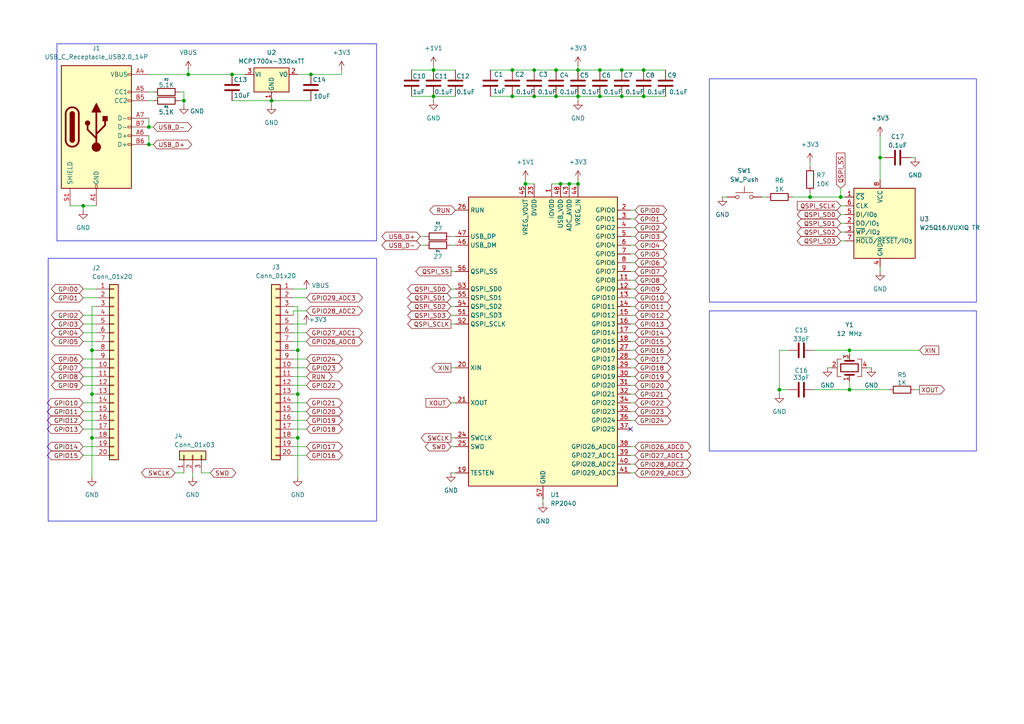
<source format=kicad_sch>
(kicad_sch (version 20250114) (generator "eeschema") (generator_version "9.0")
  (paper "A4")
  (lib_symbols
    (symbol "Connector:USB_C_Receptacle_USB2.0_14P" (pin_names (offset 1.016))
      (property "Reference" "J" (at 0 22.225 0))
      (property "Value" "USB_C_Receptacle_USB2.0_14P" (at 0 19.685 0))
      (symbol "USB_C_Receptacle_USB2.0_14P_1_1"
        (pin passive line (at -7.62 -22.86 90) (length 5.08) (name "SHIELD") (number "S1"))
        (pin passive line (at 0 -22.86 90) (length 5.08) (name "GND") (number "A1"))
        (pin passive line (at 0 -22.86 90) (length 5.08) (hide yes) (name "GND") (number "A12"))
        (pin passive line (at 0 -22.86 90) (length 5.08) (hide yes) (name "GND") (number "B1"))
        (pin passive line (at 0 -22.86 90) (length 5.08) (hide yes) (name "GND") (number "B12"))
        (pin passive line (at 15.24 15.24 180) (length 5.08) (name "VBUS") (number "A4"))
        (pin passive line (at 15.24 15.24 180) (length 5.08) (hide yes) (name "VBUS") (number "A9"))
        (pin passive line (at 15.24 15.24 180) (length 5.08) (hide yes) (name "VBUS") (number "B4"))
        (pin passive line (at 15.24 15.24 180) (length 5.08) (hide yes) (name "VBUS") (number "B9"))
        (pin bidirectional line (at 15.24 10.16 180) (length 5.08) (name "CC1") (number "A5"))
        (pin bidirectional line (at 15.24 7.62 180) (length 5.08) (name "CC2") (number "B5"))
        (pin bidirectional line (at 15.24 2.54 180) (length 5.08) (name "D-") (number "A7"))
        (pin bidirectional line (at 15.24 0 180) (length 5.08) (name "D-") (number "B7"))
        (pin bidirectional line (at 15.24 -2.54 180) (length 5.08) (name "D+") (number "A6"))
        (pin bidirectional line (at 15.24 -5.08 180) (length 5.08) (name "D+") (number "B6"))
      )
    )
    (symbol "Connector_Generic:Conn_01x03" (pin_names (offset 1.016) (hide yes))
      (property "Reference" "J" (at 0 5.08 0))
      (property "Value" "Conn_01x03" (at 0 -5.08 0))
      (symbol "Conn_01x03_1_1"
        (pin passive line (at -5.08 2.54 0) (length 3.81) (name "Pin_1") (number "1"))
        (pin passive line (at -5.08 0 0) (length 3.81) (name "Pin_2") (number "2"))
        (pin passive line (at -5.08 -2.54 0) (length 3.81) (name "Pin_3") (number "3"))
      )
    )
    (symbol "Connector_Generic:Conn_01x20" (pin_names (offset 1.016) (hide yes))
      (property "Reference" "J" (at 0 25.4 0))
      (property "Value" "Conn_01x20" (at 0 -27.94 0))
      (symbol "Conn_01x20_1_1"
        (pin passive line (at -5.08 22.86 0) (length 3.81) (name "Pin_1") (number "1"))
        (pin passive line (at -5.08 20.32 0) (length 3.81) (name "Pin_2") (number "2"))
        (pin passive line (at -5.08 17.78 0) (length 3.81) (name "Pin_3") (number "3"))
        (pin passive line (at -5.08 15.24 0) (length 3.81) (name "Pin_4") (number "4"))
        (pin passive line (at -5.08 12.7 0) (length 3.81) (name "Pin_5") (number "5"))
        (pin passive line (at -5.08 10.16 0) (length 3.81) (name "Pin_6") (number "6"))
        (pin passive line (at -5.08 7.62 0) (length 3.81) (name "Pin_7") (number "7"))
        (pin passive line (at -5.08 5.08 0) (length 3.81) (name "Pin_8") (number "8"))
        (pin passive line (at -5.08 2.54 0) (length 3.81) (name "Pin_9") (number "9"))
        (pin passive line (at -5.08 0 0) (length 3.81) (name "Pin_10") (number "10"))
        (pin passive line (at -5.08 -2.54 0) (length 3.81) (name "Pin_11") (number "11"))
        (pin passive line (at -5.08 -5.08 0) (length 3.81) (name "Pin_12") (number "12"))
        (pin passive line (at -5.08 -7.62 0) (length 3.81) (name "Pin_13") (number "13"))
        (pin passive line (at -5.08 -10.16 0) (length 3.81) (name "Pin_14") (number "14"))
        (pin passive line (at -5.08 -12.7 0) (length 3.81) (name "Pin_15") (number "15"))
        (pin passive line (at -5.08 -15.24 0) (length 3.81) (name "Pin_16") (number "16"))
        (pin passive line (at -5.08 -17.78 0) (length 3.81) (name "Pin_17") (number "17"))
        (pin passive line (at -5.08 -20.32 0) (length 3.81) (name "Pin_18") (number "18"))
        (pin passive line (at -5.08 -22.86 0) (length 3.81) (name "Pin_19") (number "19"))
        (pin passive line (at -5.08 -25.4 0) (length 3.81) (name "Pin_20") (number "20"))
      )
    )
    (symbol "Device:C" (pin_numbers (hide yes)) (pin_names (offset 0.254))
      (property "Reference" "C" (at 0.635 2.54 0))
      (property "Value" "C" (at 0.635 -2.54 0))
      (symbol "C_1_1"
        (pin passive line (at 0 3.81 270) (length 2.794) (name "~") (number "1"))
        (pin passive line (at 0 -3.81 90) (length 2.794) (name "~") (number "2"))
      )
    )
    (symbol "Device:Crystal_GND24" (pin_names (offset 1.016) (hide yes))
      (property "Reference" "Y" (at 3.175 5.08 0))
      (property "Value" "Crystal_GND24" (at 3.175 3.175 0))
      (symbol "Crystal_GND24_1_1"
        (pin passive line (at -3.81 0 0) (length 1.27) (name "1") (number "1"))
        (pin passive line (at 0 5.08 270) (length 1.27) (name "2") (number "2"))
        (pin passive line (at 0 -5.08 90) (length 1.27) (name "4") (number "4"))
        (pin passive line (at 3.81 0 180) (length 1.27) (name "3") (number "3"))
      )
    )
    (symbol "Device:R" (pin_numbers (hide yes)) (pin_names (offset 0))
      (property "Reference" "R" (at 2.032 0 90))
      (property "Value" "R" (at 0 0 90))
      (symbol "R_1_1"
        (pin passive line (at 0 3.81 270) (length 1.27) (name "~") (number "1"))
        (pin passive line (at 0 -3.81 90) (length 1.27) (name "~") (number "2"))
      )
    )
    (symbol "MCU_RaspberryPi:RP2040"
      (property "Reference" "U" (at 17.78 45.72 0))
      (property "Value" "RP2040" (at 17.78 43.18 0))
      (symbol "RP2040_1_1"
        (pin input line (at -25.4 38.1 0) (length 3.81) (name "RUN") (number "26"))
        (pin bidirectional line (at -25.4 30.48 0) (length 3.81) (name "USB_DP") (number "47"))
        (pin bidirectional line (at -25.4 27.94 0) (length 3.81) (name "USB_DM") (number "46"))
        (pin bidirectional line (at -25.4 20.32 0) (length 3.81) (name "QSPI_SS") (number "56"))
        (pin bidirectional line (at -25.4 15.24 0) (length 3.81) (name "QSPI_SD0") (number "53"))
        (pin bidirectional line (at -25.4 12.7 0) (length 3.81) (name "QSPI_SD1") (number "55"))
        (pin bidirectional line (at -25.4 10.16 0) (length 3.81) (name "QSPI_SD2") (number "54"))
        (pin bidirectional line (at -25.4 7.62 0) (length 3.81) (name "QSPI_SD3") (number "51"))
        (pin output line (at -25.4 5.08 0) (length 3.81) (name "QSPI_SCLK") (number "52"))
        (pin input line (at -25.4 -7.62 0) (length 3.81) (name "XIN") (number "20"))
        (pin passive line (at -25.4 -17.78 0) (length 3.81) (name "XOUT") (number "21"))
        (pin input line (at -25.4 -27.94 0) (length 3.81) (name "SWCLK") (number "24"))
        (pin bidirectional line (at -25.4 -30.48 0) (length 3.81) (name "SWD") (number "25"))
        (pin input line (at -25.4 -38.1 0) (length 3.81) (name "TESTEN") (number "19"))
        (pin power_out line (at -5.08 45.72 270) (length 3.81) (name "VREG_VOUT") (number "45"))
        (pin power_in line (at -2.54 45.72 270) (length 3.81) (name "DVDD") (number "23"))
        (pin passive line (at -2.54 45.72 270) (length 3.81) (hide yes) (name "DVDD") (number "50"))
        (pin power_in line (at 0 -45.72 90) (length 3.81) (name "GND") (number "57"))
        (pin power_in line (at 2.54 45.72 270) (length 3.81) (name "IOVDD") (number "1"))
        (pin passive line (at 2.54 45.72 270) (length 3.81) (hide yes) (name "IOVDD") (number "10"))
        (pin passive line (at 2.54 45.72 270) (length 3.81) (hide yes) (name "IOVDD") (number "22"))
        (pin passive line (at 2.54 45.72 270) (length 3.81) (hide yes) (name "IOVDD") (number "33"))
        (pin passive line (at 2.54 45.72 270) (length 3.81) (hide yes) (name "IOVDD") (number "42"))
        (pin passive line (at 2.54 45.72 270) (length 3.81) (hide yes) (name "IOVDD") (number "49"))
        (pin power_in line (at 5.08 45.72 270) (length 3.81) (name "USB_VDD") (number "48"))
        (pin power_in line (at 7.62 45.72 270) (length 3.81) (name "ADC_AVDD") (number "43"))
        (pin power_in line (at 10.16 45.72 270) (length 3.81) (name "VREG_IN") (number "44"))
        (pin bidirectional line (at 25.4 38.1 180) (length 3.81) (name "GPIO0") (number "2"))
        (pin bidirectional line (at 25.4 35.56 180) (length 3.81) (name "GPIO1") (number "3"))
        (pin bidirectional line (at 25.4 33.02 180) (length 3.81) (name "GPIO2") (number "4"))
        (pin bidirectional line (at 25.4 30.48 180) (length 3.81) (name "GPIO3") (number "5"))
        (pin bidirectional line (at 25.4 27.94 180) (length 3.81) (name "GPIO4") (number "6"))
        (pin bidirectional line (at 25.4 25.4 180) (length 3.81) (name "GPIO5") (number "7"))
        (pin bidirectional line (at 25.4 22.86 180) (length 3.81) (name "GPIO6") (number "8"))
        (pin bidirectional line (at 25.4 20.32 180) (length 3.81) (name "GPIO7") (number "9"))
        (pin bidirectional line (at 25.4 17.78 180) (length 3.81) (name "GPIO8") (number "11"))
        (pin bidirectional line (at 25.4 15.24 180) (length 3.81) (name "GPIO9") (number "12"))
        (pin bidirectional line (at 25.4 12.7 180) (length 3.81) (name "GPIO10") (number "13"))
        (pin bidirectional line (at 25.4 10.16 180) (length 3.81) (name "GPIO11") (number "14"))
        (pin bidirectional line (at 25.4 7.62 180) (length 3.81) (name "GPIO12") (number "15"))
        (pin bidirectional line (at 25.4 5.08 180) (length 3.81) (name "GPIO13") (number "16"))
        (pin bidirectional line (at 25.4 2.54 180) (length 3.81) (name "GPIO14") (number "17"))
        (pin bidirectional line (at 25.4 0 180) (length 3.81) (name "GPIO15") (number "18"))
        (pin bidirectional line (at 25.4 -2.54 180) (length 3.81) (name "GPIO16") (number "27"))
        (pin bidirectional line (at 25.4 -5.08 180) (length 3.81) (name "GPIO17") (number "28"))
        (pin bidirectional line (at 25.4 -7.62 180) (length 3.81) (name "GPIO18") (number "29"))
        (pin bidirectional line (at 25.4 -10.16 180) (length 3.81) (name "GPIO19") (number "30"))
        (pin bidirectional line (at 25.4 -12.7 180) (length 3.81) (name "GPIO20") (number "31"))
        (pin bidirectional line (at 25.4 -15.24 180) (length 3.81) (name "GPIO21") (number "32"))
        (pin bidirectional line (at 25.4 -17.78 180) (length 3.81) (name "GPIO22") (number "34"))
        (pin bidirectional line (at 25.4 -20.32 180) (length 3.81) (name "GPIO23") (number "35"))
        (pin bidirectional line (at 25.4 -22.86 180) (length 3.81) (name "GPIO24") (number "36"))
        (pin bidirectional line (at 25.4 -25.4 180) (length 3.81) (name "GPIO25") (number "37"))
        (pin bidirectional line (at 25.4 -30.48 180) (length 3.81) (name "GPIO26_ADC0") (number "38"))
        (pin bidirectional line (at 25.4 -33.02 180) (length 3.81) (name "GPIO27_ADC1") (number "39"))
        (pin bidirectional line (at 25.4 -35.56 180) (length 3.81) (name "GPIO28_ADC2") (number "40"))
        (pin bidirectional line (at 25.4 -38.1 180) (length 3.81) (name "GPIO29_ADC3") (number "41"))
      )
    )
    (symbol "Memory_Flash:W25Q128JVS"
      (property "Reference" "U" (at -6.35 11.43 0))
      (property "Value" "W25Q128JVS" (at 7.62 11.43 0))
      (symbol "W25Q128JVS_1_1"
        (pin input line (at -10.16 7.62 0) (length 2.54) (name "~{CS}") (number "1"))
        (pin input line (at -10.16 5.08 0) (length 2.54) (name "CLK") (number "6"))
        (pin bidirectional line (at -10.16 2.54 0) (length 2.54) (name "DI/IO_{0}") (number "5"))
        (pin bidirectional line (at -10.16 0 0) (length 2.54) (name "DO/IO_{1}") (number "2"))
        (pin bidirectional line (at -10.16 -2.54 0) (length 2.54) (name "~{WP}/IO_{2}") (number "3"))
        (pin bidirectional line (at -10.16 -5.08 0) (length 2.54) (name "~{HOLD}/~{RESET}/IO_{3}") (number "7"))
        (pin power_in line (at 0 12.7 270) (length 2.54) (name "VCC") (number "8"))
        (pin power_in line (at 0 -12.7 90) (length 2.54) (name "GND") (number "4"))
      )
    )
    (symbol "Regulator_Linear:MCP1700x-330xxTT" (pin_names (offset 0.254))
      (property "Reference" "U" (at -3.81 3.175 0))
      (property "Value" "MCP1700x-330xxTT" (at 0 3.175 0))
      (symbol "MCP1700x-330xxTT_1_1"
        (pin power_in line (at -7.62 0 0) (length 2.54) (name "VI") (number "3"))
        (pin power_in line (at 0 -7.62 90) (length 2.54) (name "GND") (number "1"))
        (pin power_out line (at 7.62 0 180) (length 2.54) (name "VO") (number "2"))
      )
    )
    (symbol "Switch:SW_Push" (pin_numbers (hide yes)) (pin_names (offset 1.016) (hide yes))
      (property "Reference" "SW" (at 1.27 2.54 0))
      (property "Value" "SW_Push" (at 0 -1.524 0))
      (symbol "SW_Push_0_1"
        (pin passive line (at -5.08 0 0) (length 2.54) (name "1") (number "1"))
        (pin passive line (at 5.08 0 180) (length 2.54) (name "2") (number "2"))
      )
    )
    (symbol "power:+1V1" (power) (pin_numbers (hide yes)) (pin_names (offset 0) (hide yes))
      (property "Value" "+1V1" (at 0 3.556 0))
      (symbol "+1V1_1_1"
        (pin power_in line (at 0 0 90) (length 0) (name "~") (number "1"))
      )
    )
    (symbol "power:+3V3" (power) (pin_numbers (hide yes)) (pin_names (offset 0) (hide yes))
      (property "Value" "+3V3" (at 0 3.556 0))
      (symbol "+3V3_1_1"
        (pin power_in line (at 0 0 90) (length 0) (name "~") (number "1"))
      )
    )
    (symbol "power:GND" (power) (pin_numbers (hide yes)) (pin_names (offset 0) (hide yes))
      (property "Value" "GND" (at 0 -3.81 0))
      (symbol "GND_1_1"
        (pin power_in line (at 0 0 270) (length 0) (name "~") (number "1"))
      )
    )
    (symbol "power:VBUS" (power) (pin_numbers (hide yes)) (pin_names (offset 0) (hide yes))
      (property "Value" "VBUS" (at 0 3.556 0))
      (symbol "VBUS_1_1"
        (pin power_in line (at 0 0 90) (length 0) (name "~") (number "1"))
      )
    )
  )
  (rectangle (start 205.74 90.17) (end 283.21 130.81))
  (rectangle (start 205.74 22.86) (end 283.21 87.63))
  (rectangle (start 16.51 12.7) (end 109.22 69.85))
  (rectangle (start 13.97 74.93) (end 109.22 151.13))
  (junction (at 186.69 20.32))
  (junction (at 161.29 20.32))
  (junction (at 78.74 29.21))
  (junction (at 152.4 53.34))
  (junction (at 67.31 21.59))
  (junction (at 243.84 57.15))
  (junction (at 86.36 127))
  (junction (at 255.27 45.72))
  (junction (at 90.17 21.59))
  (junction (at 125.73 27.94))
  (junction (at 154.94 27.94))
  (junction (at 226.06 113.03))
  (junction (at 26.67 127))
  (junction (at 167.64 53.34))
  (junction (at 43.18 41.91))
  (junction (at 180.34 20.32))
  (junction (at 186.69 27.94))
  (junction (at 165.1 53.34))
  (junction (at 173.99 20.32))
  (junction (at 24.13 59.69))
  (junction (at 162.56 53.34))
  (junction (at 26.67 114.3))
  (junction (at 148.59 20.32))
  (junction (at 54.61 21.59))
  (junction (at 26.67 101.6))
  (junction (at 173.99 27.94))
  (junction (at 246.38 101.6))
  (junction (at 234.95 57.15))
  (junction (at 161.29 27.94))
  (junction (at 167.64 27.94))
  (junction (at 86.36 101.6))
  (junction (at 180.34 27.94))
  (junction (at 43.18 36.83))
  (junction (at 246.38 113.03))
  (junction (at 125.73 20.32))
  (junction (at 86.36 114.3))
  (junction (at 167.64 20.32))
  (junction (at 53.34 29.21))
  (junction (at 148.59 27.94))
  (junction (at 154.94 20.32))
  (no_connect (at 182.88 124.46))
  (wire (pts (xy 167.64 19.05) (xy 167.64 20.32)))
  (wire (pts (xy 226.06 101.6) (xy 226.06 113.03)))
  (wire (pts (xy 67.31 29.21) (xy 78.74 29.21)))
  (wire (pts (xy 180.34 27.94) (xy 186.69 27.94)))
  (wire (pts (xy 180.34 20.32) (xy 186.69 20.32)))
  (wire (pts (xy 24.13 129.54) (xy 27.94 129.54)))
  (wire (pts (xy 130.81 129.54) (xy 132.08 129.54)))
  (wire (pts (xy 157.48 146.05) (xy 157.48 144.78)))
  (wire (pts (xy 85.09 99.06) (xy 88.9 99.06)))
  (wire (pts (xy 182.88 71.12) (xy 184.15 71.12)))
  (wire (pts (xy 165.1 53.34) (xy 167.64 53.34)))
  (wire (pts (xy 78.74 29.21) (xy 78.74 30.48)))
  (wire (pts (xy 85.09 104.14) (xy 88.9 104.14)))
  (wire (pts (xy 246.38 102.87) (xy 246.38 101.6)))
  (wire (pts (xy 85.09 88.9) (xy 86.36 88.9)))
  (wire (pts (xy 130.81 106.68) (xy 132.08 106.68)))
  (wire (pts (xy 182.88 63.5) (xy 184.15 63.5)))
  (wire (pts (xy 243.84 54.61) (xy 243.84 57.15)))
  (wire (pts (xy 234.95 46.99) (xy 234.95 48.26)))
  (wire (pts (xy 182.88 137.16) (xy 184.15 137.16)))
  (wire (pts (xy 26.67 114.3) (xy 27.94 114.3)))
  (wire (pts (xy 246.38 101.6) (xy 266.7 101.6)))
  (wire (pts (xy 130.81 88.9) (xy 132.08 88.9)))
  (wire (pts (xy 26.67 127) (xy 26.67 138.43)))
  (wire (pts (xy 85.09 124.46) (xy 88.9 124.46)))
  (wire (pts (xy 246.38 113.03) (xy 257.81 113.03)))
  (wire (pts (xy 119.38 27.94) (xy 125.73 27.94)))
  (wire (pts (xy 130.81 91.44) (xy 132.08 91.44)))
  (wire (pts (xy 50.8 137.16) (xy 53.34 137.16)))
  (wire (pts (xy 182.88 78.74) (xy 184.15 78.74)))
  (wire (pts (xy 234.95 55.88) (xy 234.95 57.15)))
  (wire (pts (xy 26.67 101.6) (xy 26.67 114.3)))
  (wire (pts (xy 182.88 132.08) (xy 184.15 132.08)))
  (wire (pts (xy 86.36 88.9) (xy 86.36 101.6)))
  (wire (pts (xy 24.13 60.96) (xy 24.13 59.69)))
  (wire (pts (xy 130.81 71.12) (xy 132.08 71.12)))
  (wire (pts (xy 255.27 45.72) (xy 256.54 45.72)))
  (wire (pts (xy 130.81 68.58) (xy 132.08 68.58)))
  (wire (pts (xy 130.81 78.74) (xy 132.08 78.74)))
  (wire (pts (xy 121.92 68.58) (xy 123.19 68.58)))
  (wire (pts (xy 85.09 127) (xy 86.36 127)))
  (wire (pts (xy 26.67 127) (xy 27.94 127)))
  (wire (pts (xy 99.06 20.32) (xy 99.06 21.59)))
  (wire (pts (xy 220.98 57.15) (xy 222.25 57.15)))
  (wire (pts (xy 182.88 121.92) (xy 184.15 121.92)))
  (wire (pts (xy 121.92 71.12) (xy 123.19 71.12)))
  (wire (pts (xy 24.13 109.22) (xy 27.94 109.22)))
  (wire (pts (xy 182.88 101.6) (xy 184.15 101.6)))
  (wire (pts (xy 85.09 96.52) (xy 88.9 96.52)))
  (wire (pts (xy 90.17 21.59) (xy 99.06 21.59)))
  (wire (pts (xy 55.88 137.16) (xy 55.88 138.43)))
  (wire (pts (xy 236.22 101.6) (xy 246.38 101.6)))
  (wire (pts (xy 27.94 88.9) (xy 26.67 88.9)))
  (wire (pts (xy 85.09 114.3) (xy 86.36 114.3)))
  (wire (pts (xy 24.13 116.84) (xy 27.94 116.84)))
  (wire (pts (xy 240.03 106.68) (xy 241.3 106.68)))
  (wire (pts (xy 243.84 62.23) (xy 245.11 62.23)))
  (wire (pts (xy 24.13 104.14) (xy 27.94 104.14)))
  (wire (pts (xy 243.84 64.77) (xy 245.11 64.77)))
  (wire (pts (xy 44.45 29.21) (xy 43.18 29.21)))
  (wire (pts (xy 186.69 20.32) (xy 193.04 20.32)))
  (wire (pts (xy 43.18 34.29) (xy 43.18 36.83)))
  (wire (pts (xy 125.73 27.94) (xy 132.08 27.94)))
  (wire (pts (xy 130.81 83.82) (xy 132.08 83.82)))
  (wire (pts (xy 85.09 91.44) (xy 85.09 90.17)))
  (wire (pts (xy 24.13 59.69) (xy 27.94 59.69)))
  (wire (pts (xy 186.69 27.94) (xy 193.04 27.94)))
  (wire (pts (xy 85.09 111.76) (xy 88.9 111.76)))
  (wire (pts (xy 24.13 83.82) (xy 27.94 83.82)))
  (wire (pts (xy 24.13 124.46) (xy 27.94 124.46)))
  (wire (pts (xy 85.09 109.22) (xy 88.9 109.22)))
  (wire (pts (xy 167.64 29.21) (xy 167.64 27.94)))
  (wire (pts (xy 85.09 106.68) (xy 88.9 106.68)))
  (wire (pts (xy 167.64 27.94) (xy 173.99 27.94)))
  (wire (pts (xy 148.59 27.94) (xy 154.94 27.94)))
  (wire (pts (xy 125.73 20.32) (xy 132.08 20.32)))
  (wire (pts (xy 182.88 76.2) (xy 184.15 76.2)))
  (wire (pts (xy 142.24 20.32) (xy 148.59 20.32)))
  (wire (pts (xy 228.6 101.6) (xy 226.06 101.6)))
  (wire (pts (xy 173.99 20.32) (xy 180.34 20.32)))
  (wire (pts (xy 182.88 93.98) (xy 184.15 93.98)))
  (wire (pts (xy 182.88 119.38) (xy 184.15 119.38)))
  (wire (pts (xy 52.07 29.21) (xy 53.34 29.21)))
  (wire (pts (xy 162.56 53.34) (xy 165.1 53.34)))
  (wire (pts (xy 24.13 93.98) (xy 27.94 93.98)))
  (wire (pts (xy 264.16 45.72) (xy 265.43 45.72)))
  (wire (pts (xy 119.38 20.32) (xy 125.73 20.32)))
  (wire (pts (xy 182.88 104.14) (xy 184.15 104.14)))
  (wire (pts (xy 86.36 21.59) (xy 90.17 21.59)))
  (wire (pts (xy 85.09 83.82) (xy 88.9 83.82)))
  (wire (pts (xy 85.09 121.92) (xy 88.9 121.92)))
  (wire (pts (xy 85.09 101.6) (xy 86.36 101.6)))
  (wire (pts (xy 255.27 78.74) (xy 255.27 77.47)))
  (wire (pts (xy 182.88 91.44) (xy 184.15 91.44)))
  (wire (pts (xy 182.88 96.52) (xy 184.15 96.52)))
  (wire (pts (xy 226.06 113.03) (xy 228.6 113.03)))
  (wire (pts (xy 154.94 20.32) (xy 161.29 20.32)))
  (wire (pts (xy 182.88 83.82) (xy 184.15 83.82)))
  (wire (pts (xy 85.09 93.98) (xy 88.9 93.98)))
  (wire (pts (xy 243.84 57.15) (xy 245.11 57.15)))
  (wire (pts (xy 86.36 101.6) (xy 86.36 114.3)))
  (wire (pts (xy 85.09 129.54) (xy 88.9 129.54)))
  (wire (pts (xy 182.88 129.54) (xy 184.15 129.54)))
  (wire (pts (xy 265.43 113.03) (xy 266.7 113.03)))
  (wire (pts (xy 236.22 113.03) (xy 246.38 113.03)))
  (wire (pts (xy 85.09 132.08) (xy 88.9 132.08)))
  (wire (pts (xy 54.61 21.59) (xy 67.31 21.59)))
  (wire (pts (xy 78.74 29.21) (xy 90.17 29.21)))
  (wire (pts (xy 43.18 21.59) (xy 54.61 21.59)))
  (wire (pts (xy 86.36 114.3) (xy 86.36 127)))
  (wire (pts (xy 52.07 26.67) (xy 53.34 26.67)))
  (wire (pts (xy 251.46 106.68) (xy 252.73 106.68)))
  (wire (pts (xy 182.88 99.06) (xy 184.15 99.06)))
  (wire (pts (xy 53.34 29.21) (xy 53.34 30.48)))
  (wire (pts (xy 255.27 45.72) (xy 255.27 52.07)))
  (wire (pts (xy 182.88 114.3) (xy 184.15 114.3)))
  (wire (pts (xy 161.29 20.32) (xy 167.64 20.32)))
  (wire (pts (xy 24.13 132.08) (xy 27.94 132.08)))
  (wire (pts (xy 125.73 29.21) (xy 125.73 27.94)))
  (wire (pts (xy 182.88 86.36) (xy 184.15 86.36)))
  (wire (pts (xy 26.67 101.6) (xy 27.94 101.6)))
  (wire (pts (xy 160.02 53.34) (xy 162.56 53.34)))
  (wire (pts (xy 173.99 27.94) (xy 180.34 27.94)))
  (wire (pts (xy 43.18 39.37) (xy 43.18 41.91)))
  (wire (pts (xy 85.09 119.38) (xy 88.9 119.38)))
  (wire (pts (xy 182.88 116.84) (xy 184.15 116.84)))
  (wire (pts (xy 161.29 27.94) (xy 167.64 27.94)))
  (wire (pts (xy 243.84 59.69) (xy 245.11 59.69)))
  (wire (pts (xy 167.64 20.32) (xy 173.99 20.32)))
  (wire (pts (xy 130.81 127) (xy 132.08 127)))
  (wire (pts (xy 86.36 127) (xy 86.36 138.43)))
  (wire (pts (xy 44.45 26.67) (xy 43.18 26.67)))
  (wire (pts (xy 182.88 134.62) (xy 184.15 134.62)))
  (wire (pts (xy 26.67 114.3) (xy 26.67 127)))
  (wire (pts (xy 182.88 111.76) (xy 184.15 111.76)))
  (wire (pts (xy 229.87 57.15) (xy 234.95 57.15)))
  (wire (pts (xy 130.81 93.98) (xy 132.08 93.98)))
  (wire (pts (xy 53.34 26.67) (xy 53.34 29.21)))
  (wire (pts (xy 152.4 52.07) (xy 152.4 53.34)))
  (wire (pts (xy 182.88 106.68) (xy 184.15 106.68)))
  (wire (pts (xy 125.73 19.05) (xy 125.73 20.32)))
  (wire (pts (xy 26.67 88.9) (xy 26.67 101.6)))
  (wire (pts (xy 167.64 52.07) (xy 167.64 53.34)))
  (wire (pts (xy 54.61 20.32) (xy 54.61 21.59)))
  (wire (pts (xy 226.06 113.03) (xy 226.06 114.3)))
  (wire (pts (xy 152.4 53.34) (xy 154.94 53.34)))
  (wire (pts (xy 243.84 69.85) (xy 245.11 69.85)))
  (wire (pts (xy 58.42 137.16) (xy 60.96 137.16)))
  (wire (pts (xy 182.88 88.9) (xy 184.15 88.9)))
  (wire (pts (xy 148.59 20.32) (xy 154.94 20.32)))
  (wire (pts (xy 130.81 137.16) (xy 132.08 137.16)))
  (wire (pts (xy 20.32 59.69) (xy 24.13 59.69)))
  (wire (pts (xy 43.18 36.83) (xy 44.45 36.83)))
  (wire (pts (xy 24.13 91.44) (xy 27.94 91.44)))
  (wire (pts (xy 88.9 86.36) (xy 85.09 86.36)))
  (wire (pts (xy 24.13 119.38) (xy 27.94 119.38)))
  (wire (pts (xy 142.24 27.94) (xy 148.59 27.94)))
  (wire (pts (xy 182.88 109.22) (xy 184.15 109.22)))
  (wire (pts (xy 182.88 68.58) (xy 184.15 68.58)))
  (wire (pts (xy 85.09 116.84) (xy 88.9 116.84)))
  (wire (pts (xy 67.31 21.59) (xy 71.12 21.59)))
  (wire (pts (xy 24.13 99.06) (xy 27.94 99.06)))
  (wire (pts (xy 209.55 57.15) (xy 210.82 57.15)))
  (wire (pts (xy 255.27 39.37) (xy 255.27 45.72)))
  (wire (pts (xy 24.13 96.52) (xy 27.94 96.52)))
  (wire (pts (xy 182.88 66.04) (xy 184.15 66.04)))
  (wire (pts (xy 130.81 86.36) (xy 132.08 86.36)))
  (wire (pts (xy 43.18 41.91) (xy 44.45 41.91)))
  (wire (pts (xy 24.13 86.36) (xy 27.94 86.36)))
  (wire (pts (xy 154.94 27.94) (xy 161.29 27.94)))
  (wire (pts (xy 85.09 90.17) (xy 88.9 90.17)))
  (wire (pts (xy 243.84 57.15) (xy 234.95 57.15)))
  (wire (pts (xy 182.88 81.28) (xy 184.15 81.28)))
  (wire (pts (xy 182.88 73.66) (xy 184.15 73.66)))
  (wire (pts (xy 24.13 121.92) (xy 27.94 121.92)))
  (wire (pts (xy 243.84 67.31) (xy 245.11 67.31)))
  (wire (pts (xy 24.13 111.76) (xy 27.94 111.76)))
  (wire (pts (xy 182.88 60.96) (xy 184.15 60.96)))
  (wire (pts (xy 130.81 116.84) (xy 132.08 116.84)))
  (wire (pts (xy 24.13 106.68) (xy 27.94 106.68)))
  (wire (pts (xy 246.38 110.49) (xy 246.38 113.03)))
  (global_label "QSPI_SD0" (shape bidirectional) (at 130.81 83.82 180) (property "Intersheetrefs" "${INTERSHEET_REFS}" (effects (hide yes))))
  (global_label "GPIO19" (shape bidirectional) (at 184.15 109.22 0) (property "Intersheetrefs" "${INTERSHEET_REFS}" (effects (hide yes))))
  (global_label "GPIO6" (shape bidirectional) (at 24.13 104.14 180) (property "Intersheetrefs" "${INTERSHEET_REFS}" (effects (hide yes))))
  (global_label "GPIO18" (shape bidirectional) (at 88.9 124.46 0) (property "Intersheetrefs" "${INTERSHEET_REFS}" (effects (hide yes))))
  (global_label "USB_D-" (shape bidirectional) (at 121.92 71.12 180) (property "Intersheetrefs" "${INTERSHEET_REFS}" (effects (hide yes))))
  (global_label "QSPI_SS" (shape output) (at 130.81 78.74 180) (property "Intersheetrefs" "${INTERSHEET_REFS}" (effects (hide yes))))
  (global_label "QSPI_SCLK" (shape input) (at 243.84 59.69 180) (property "Intersheetrefs" "${INTERSHEET_REFS}" (effects (hide yes))))
  (global_label "GPIO26_ADC0" (shape bidirectional) (at 88.9 99.06 0) (property "Intersheetrefs" "${INTERSHEET_REFS}" (effects (hide yes))))
  (global_label "GPIO29_ADC3" (shape bidirectional) (at 184.15 137.16 0) (property "Intersheetrefs" "${INTERSHEET_REFS}" (effects (hide yes))))
  (global_label "SWCLK" (shape output) (at 130.81 127 180) (property "Intersheetrefs" "${INTERSHEET_REFS}" (effects (hide yes))))
  (global_label "GPIO12" (shape bidirectional) (at 184.15 91.44 0) (property "Intersheetrefs" "${INTERSHEET_REFS}" (effects (hide yes))))
  (global_label "GPIO14" (shape bidirectional) (at 24.13 129.54 180) (property "Intersheetrefs" "${INTERSHEET_REFS}" (effects (hide yes))))
  (global_label "XIN" (shape output) (at 130.81 106.68 180) (property "Intersheetrefs" "${INTERSHEET_REFS}" (effects (hide yes))))
  (global_label "SWD" (shape bidirectional) (at 130.81 129.54 180) (property "Intersheetrefs" "${INTERSHEET_REFS}" (effects (hide yes))))
  (global_label "GPIO11" (shape bidirectional) (at 184.15 88.9 0) (property "Intersheetrefs" "${INTERSHEET_REFS}" (effects (hide yes))))
  (global_label "GPIO9" (shape bidirectional) (at 184.15 83.82 0) (property "Intersheetrefs" "${INTERSHEET_REFS}" (effects (hide yes))))
  (global_label "GPIO5" (shape bidirectional) (at 24.13 99.06 180) (property "Intersheetrefs" "${INTERSHEET_REFS}" (effects (hide yes))))
  (global_label "GPIO8" (shape bidirectional) (at 184.15 81.28 0) (property "Intersheetrefs" "${INTERSHEET_REFS}" (effects (hide yes))))
  (global_label "GPIO26_ADC0" (shape bidirectional) (at 184.15 129.54 0) (property "Intersheetrefs" "${INTERSHEET_REFS}" (effects (hide yes))))
  (global_label "QSPI_SS" (shape input) (at 243.84 54.61 90) (property "Intersheetrefs" "${INTERSHEET_REFS}" (effects (hide yes))))
  (global_label "GPIO19" (shape bidirectional) (at 88.9 121.92 0) (property "Intersheetrefs" "${INTERSHEET_REFS}" (effects (hide yes))))
  (global_label "GPIO24" (shape bidirectional) (at 184.15 121.92 0) (property "Intersheetrefs" "${INTERSHEET_REFS}" (effects (hide yes))))
  (global_label "RUN" (shape bidirectional) (at 88.9 109.22 0) (property "Intersheetrefs" "${INTERSHEET_REFS}" (effects (hide yes))))
  (global_label "GPIO5" (shape bidirectional) (at 184.15 73.66 0) (property "Intersheetrefs" "${INTERSHEET_REFS}" (effects (hide yes))))
  (global_label "XOUT" (shape input) (at 130.81 116.84 180) (property "Intersheetrefs" "${INTERSHEET_REFS}" (effects (hide yes))))
  (global_label "QSPI_SD2" (shape bidirectional) (at 130.81 88.9 180) (property "Intersheetrefs" "${INTERSHEET_REFS}" (effects (hide yes))))
  (global_label "GPIO4" (shape bidirectional) (at 184.15 71.12 0) (property "Intersheetrefs" "${INTERSHEET_REFS}" (effects (hide yes))))
  (global_label "QSPI_SD3" (shape bidirectional) (at 243.84 69.85 180) (property "Intersheetrefs" "${INTERSHEET_REFS}" (effects (hide yes))))
  (global_label "GPIO1" (shape bidirectional) (at 184.15 63.5 0) (property "Intersheetrefs" "${INTERSHEET_REFS}" (effects (hide yes))))
  (global_label "GPIO4" (shape bidirectional) (at 24.13 96.52 180) (property "Intersheetrefs" "${INTERSHEET_REFS}" (effects (hide yes))))
  (global_label "GPIO7" (shape bidirectional) (at 184.15 78.74 0) (property "Intersheetrefs" "${INTERSHEET_REFS}" (effects (hide yes))))
  (global_label "GPIO24" (shape bidirectional) (at 88.9 104.14 0) (property "Intersheetrefs" "${INTERSHEET_REFS}" (effects (hide yes))))
  (global_label "QSPI_SD1" (shape bidirectional) (at 243.84 64.77 180) (property "Intersheetrefs" "${INTERSHEET_REFS}" (effects (hide yes))))
  (global_label "GPIO9" (shape bidirectional) (at 24.13 111.76 180) (property "Intersheetrefs" "${INTERSHEET_REFS}" (effects (hide yes))))
  (global_label "GPIO7" (shape bidirectional) (at 24.13 106.68 180) (property "Intersheetrefs" "${INTERSHEET_REFS}" (effects (hide yes))))
  (global_label "GPIO15" (shape bidirectional) (at 24.13 132.08 180) (property "Intersheetrefs" "${INTERSHEET_REFS}" (effects (hide yes))))
  (global_label "USB_D+" (shape bidirectional) (at 44.45 41.91 0) (property "Intersheetrefs" "${INTERSHEET_REFS}" (effects (hide yes))))
  (global_label "GPIO0" (shape bidirectional) (at 24.13 83.82 180) (property "Intersheetrefs" "${INTERSHEET_REFS}" (effects (hide yes))))
  (global_label "SWD" (shape bidirectional) (at 60.96 137.16 0) (property "Intersheetrefs" "${INTERSHEET_REFS}" (effects (hide yes))))
  (global_label "QSPI_SD3" (shape bidirectional) (at 130.81 91.44 180) (property "Intersheetrefs" "${INTERSHEET_REFS}" (effects (hide yes))))
  (global_label "GPIO16" (shape bidirectional) (at 88.9 132.08 0) (property "Intersheetrefs" "${INTERSHEET_REFS}" (effects (hide yes))))
  (global_label "QSPI_SD1" (shape bidirectional) (at 130.81 86.36 180) (property "Intersheetrefs" "${INTERSHEET_REFS}" (effects (hide yes))))
  (global_label "GPIO22" (shape bidirectional) (at 184.15 116.84 0) (property "Intersheetrefs" "${INTERSHEET_REFS}" (effects (hide yes))))
  (global_label "GPIO10" (shape bidirectional) (at 24.13 116.84 180) (property "Intersheetrefs" "${INTERSHEET_REFS}" (effects (hide yes))))
  (global_label "GPIO22" (shape bidirectional) (at 88.9 111.76 0) (property "Intersheetrefs" "${INTERSHEET_REFS}" (effects (hide yes))))
  (global_label "GPIO29_ADC3" (shape bidirectional) (at 88.9 86.36 0) (property "Intersheetrefs" "${INTERSHEET_REFS}" (effects (hide yes))))
  (global_label "GPIO17" (shape bidirectional) (at 184.15 104.14 0) (property "Intersheetrefs" "${INTERSHEET_REFS}" (effects (hide yes))))
  (global_label "GPIO2" (shape bidirectional) (at 184.15 66.04 0) (property "Intersheetrefs" "${INTERSHEET_REFS}" (effects (hide yes))))
  (global_label "GPIO16" (shape bidirectional) (at 184.15 101.6 0) (property "Intersheetrefs" "${INTERSHEET_REFS}" (effects (hide yes))))
  (global_label "GPIO18" (shape bidirectional) (at 184.15 106.68 0) (property "Intersheetrefs" "${INTERSHEET_REFS}" (effects (hide yes))))
  (global_label "QSPI_SD2" (shape bidirectional) (at 243.84 67.31 180) (property "Intersheetrefs" "${INTERSHEET_REFS}" (effects (hide yes))))
  (global_label "GPIO12" (shape bidirectional) (at 24.13 121.92 180) (property "Intersheetrefs" "${INTERSHEET_REFS}" (effects (hide yes))))
  (global_label "GPIO28_ADC2" (shape bidirectional) (at 88.9 90.17 0) (property "Intersheetrefs" "${INTERSHEET_REFS}" (effects (hide yes))))
  (global_label "GPIO21" (shape bidirectional) (at 184.15 114.3 0) (property "Intersheetrefs" "${INTERSHEET_REFS}" (effects (hide yes))))
  (global_label "GPIO13" (shape bidirectional) (at 24.13 124.46 180) (property "Intersheetrefs" "${INTERSHEET_REFS}" (effects (hide yes))))
  (global_label "GPIO8" (shape bidirectional) (at 24.13 109.22 180) (property "Intersheetrefs" "${INTERSHEET_REFS}" (effects (hide yes))))
  (global_label "GPIO17" (shape bidirectional) (at 88.9 129.54 0) (property "Intersheetrefs" "${INTERSHEET_REFS}" (effects (hide yes))))
  (global_label "GPIO13" (shape bidirectional) (at 184.15 93.98 0) (property "Intersheetrefs" "${INTERSHEET_REFS}" (effects (hide yes))))
  (global_label "GPIO3" (shape bidirectional) (at 24.13 93.98 180) (property "Intersheetrefs" "${INTERSHEET_REFS}" (effects (hide yes))))
  (global_label "GPIO20" (shape bidirectional) (at 184.15 111.76 0) (property "Intersheetrefs" "${INTERSHEET_REFS}" (effects (hide yes))))
  (global_label "GPIO23" (shape bidirectional) (at 184.15 119.38 0) (property "Intersheetrefs" "${INTERSHEET_REFS}" (effects (hide yes))))
  (global_label "USB_D-" (shape bidirectional) (at 44.45 36.83 0) (property "Intersheetrefs" "${INTERSHEET_REFS}" (effects (hide yes))))
  (global_label "QSPI_SCLK" (shape output) (at 130.81 93.98 180) (property "Intersheetrefs" "${INTERSHEET_REFS}" (effects (hide yes))))
  (global_label "GPIO2" (shape bidirectional) (at 24.13 91.44 180) (property "Intersheetrefs" "${INTERSHEET_REFS}" (effects (hide yes))))
  (global_label "QSPI_SD0" (shape bidirectional) (at 243.84 62.23 180) (property "Intersheetrefs" "${INTERSHEET_REFS}" (effects (hide yes))))
  (global_label "GPIO0" (shape bidirectional) (at 184.15 60.96 0) (property "Intersheetrefs" "${INTERSHEET_REFS}" (effects (hide yes))))
  (global_label "XIN" (shape input) (at 266.7 101.6 0) (property "Intersheetrefs" "${INTERSHEET_REFS}" (effects (hide yes))))
  (global_label "GPIO27_ADC1" (shape bidirectional) (at 88.9 96.52 0) (property "Intersheetrefs" "${INTERSHEET_REFS}" (effects (hide yes))))
  (global_label "RUN" (shape bidirectional) (at 132.08 60.96 180) (property "Intersheetrefs" "${INTERSHEET_REFS}" (effects (hide yes))))
  (global_label "GPIO6" (shape bidirectional) (at 184.15 76.2 0) (property "Intersheetrefs" "${INTERSHEET_REFS}" (effects (hide yes))))
  (global_label "GPIO11" (shape bidirectional) (at 24.13 119.38 180) (property "Intersheetrefs" "${INTERSHEET_REFS}" (effects (hide yes))))
  (global_label "GPIO1" (shape bidirectional) (at 24.13 86.36 180) (property "Intersheetrefs" "${INTERSHEET_REFS}" (effects (hide yes))))
  (global_label "GPIO28_ADC2" (shape bidirectional) (at 184.15 134.62 0) (property "Intersheetrefs" "${INTERSHEET_REFS}" (effects (hide yes))))
  (global_label "XOUT" (shape output) (at 266.7 113.03 0) (property "Intersheetrefs" "${INTERSHEET_REFS}" (effects (hide yes))))
  (global_label "GPIO15" (shape bidirectional) (at 184.15 99.06 0) (property "Intersheetrefs" "${INTERSHEET_REFS}" (effects (hide yes))))
  (global_label "GPIO14" (shape bidirectional) (at 184.15 96.52 0) (property "Intersheetrefs" "${INTERSHEET_REFS}" (effects (hide yes))))
  (global_label "USB_D+" (shape bidirectional) (at 121.92 68.58 180) (property "Intersheetrefs" "${INTERSHEET_REFS}" (effects (hide yes))))
  (global_label "SWCLK" (shape bidirectional) (at 50.8 137.16 180) (property "Intersheetrefs" "${INTERSHEET_REFS}" (effects (hide yes))))
  (global_label "GPIO3" (shape bidirectional) (at 184.15 68.58 0) (property "Intersheetrefs" "${INTERSHEET_REFS}" (effects (hide yes))))
  (global_label "GPIO20" (shape bidirectional) (at 88.9 119.38 0) (property "Intersheetrefs" "${INTERSHEET_REFS}" (effects (hide yes))))
  (global_label "GPIO10" (shape bidirectional) (at 184.15 86.36 0) (property "Intersheetrefs" "${INTERSHEET_REFS}" (effects (hide yes))))
  (global_label "GPIO21" (shape bidirectional) (at 88.9 116.84 0) (property "Intersheetrefs" "${INTERSHEET_REFS}" (effects (hide yes))))
  (global_label "GPIO27_ADC1" (shape bidirectional) (at 184.15 132.08 0) (property "Intersheetrefs" "${INTERSHEET_REFS}" (effects (hide yes))))
  (global_label "GPIO23" (shape bidirectional) (at 88.9 106.68 0) (property "Intersheetrefs" "${INTERSHEET_REFS}" (effects (hide yes))))
  (symbol (lib_id "Device:R") (at 261.62 113.03 90) (unit 1)
    (property "Reference" "R5" (at 261.62 108.712 90))
    (property "Value" "1K" (at 261.62 110.998 90))
    (property "Footprint" "Resistor_SMD:R_0402_1005Metric" (effects (hide yes)))
    (property "Description" "Resistor" (effects (hide yes)))
  )
  (symbol (lib_id "power:+1V1") (at 152.4 52.07 0) (unit 1)
    (property "Reference" "#PWR01" (effects (hide yes)))
    (property "Value" "+1V1" (at 152.4 46.99 0))
    (property "Description" "Power symbol creates a global label with name \"+1V1\"" (effects (hide yes)))
  )
  (symbol (lib_id "Device:C") (at 90.17 25.4 0) (unit 1)
    (property "Reference" "C14" (at 90.678 23.114 0) (effects (justify left)))
    (property "Value" "10uF" (at 90.932 27.94 0) (effects (justify left)))
    (property "Footprint" "Capacitor_SMD:C_0603_1608Metric" (effects (hide yes)))
    (property "Description" "Unpolarized capacitor" (effects (hide yes)))
  )
  (symbol (lib_id "Device:C") (at 67.31 25.4 0) (unit 1)
    (property "Reference" "C13" (at 67.818 23.114 0) (effects (justify left)))
    (property "Value" "10uF" (at 67.818 27.686 0) (effects (justify left)))
    (property "Footprint" "Capacitor_SMD:C_0603_1608Metric" (effects (hide yes)))
    (property "Description" "Unpolarized capacitor" (effects (hide yes)))
  )
  (symbol (lib_id "power:GND") (at 167.64 29.21 0) (unit 1)
    (property "Reference" "#PWR03" (effects (hide yes)))
    (property "Value" "GND" (at 167.64 34.29 0))
    (property "Description" "Power symbol creates a global label with name \"GND\" , ground" (effects (hide yes)))
  )
  (symbol (lib_id "Device:R") (at 48.26 29.21 90) (unit 1)
    (property "Reference" "R1" (at 48.26 30.988 90) (effects (font (size 0.635 0.635))))
    (property "Value" "5.1K" (at 48.26 32.512 90))
    (property "Footprint" "Resistor_SMD:R_0402_1005Metric" (effects (hide yes)))
    (property "Description" "Resistor" (effects (hide yes)))
  )
  (symbol (lib_id "power:VBUS") (at 88.9 83.82 0) (unit 1)
    (property "Reference" "#PWR025" (effects (hide yes)))
    (property "Value" "VBUS" (at 92.964 82.804 0))
    (property "Description" "Power symbol creates a global label with name \"VBUS\"" (effects (hide yes)))
  )
  (symbol (lib_id "power:GND") (at 226.06 114.3 0) (unit 1)
    (property "Reference" "#PWR015" (effects (hide yes)))
    (property "Value" "GND" (at 226.06 119.38 0))
    (property "Description" "Power symbol creates a global label with name \"GND\" , ground" (effects (hide yes)))
  )
  (symbol (lib_id "power:GND") (at 209.55 57.15 0) (unit 1)
    (property "Reference" "#PWR019" (effects (hide yes)))
    (property "Value" "GND" (at 209.55 62.23 0))
    (property "Description" "Power symbol creates a global label with name \"GND\" , ground" (effects (hide yes)))
  )
  (symbol (lib_id "Device:C") (at 148.59 24.13 0) (unit 1)
    (property "Reference" "C2" (at 149.352 21.59 0) (effects (justify left)))
    (property "Value" "0.1uF" (at 149.606 26.67 0) (effects (justify left)))
    (property "Footprint" "Capacitor_SMD:C_0402_1005Metric" (effects (hide yes)))
    (property "Description" "Unpolarized capacitor" (effects (hide yes)))
  )
  (symbol (lib_id "Switch:SW_Push") (at 215.9 57.15 0) (unit 1)
    (property "Reference" "SW1" (at 215.9 49.53 0))
    (property "Value" "SW_Push" (at 215.9 52.07 0))
    (property "Footprint" "Button_Switch_SMD:SW_Push_SPST_NO_Alps_SKRK" (effects (hide yes)))
    (property "Description" "Push button switch, generic, two pins" (effects (hide yes)))
  )
  (symbol (lib_id "Device:R") (at 127 71.12 90) (unit 1)
    (property "Reference" "R4" (at 127 72.898 90) (effects (font (size 0.635 0.635))))
    (property "Value" "27" (at 127 74.422 90))
    (property "Footprint" "Resistor_SMD:R_0402_1005Metric" (effects (hide yes)))
    (property "Description" "Resistor" (effects (hide yes)))
  )
  (symbol (lib_id "power:+3V3") (at 255.27 39.37 0) (unit 1)
    (property "Reference" "#PWR016" (effects (hide yes)))
    (property "Value" "+3V3" (at 255.27 34.29 0))
    (property "Description" "Power symbol creates a global label with name \"+3V3\"" (effects (hide yes)))
  )
  (symbol (lib_id "power:+3V3") (at 167.64 19.05 0) (unit 1)
    (property "Reference" "#PWR04" (effects (hide yes)))
    (property "Value" "+3V3" (at 167.64 13.97 0))
    (property "Description" "Power symbol creates a global label with name \"+3V3\"" (effects (hide yes)))
  )
  (symbol (lib_id "Connector_Generic:Conn_01x20") (at 33.02 106.68 0) (unit 1)
    (property "Reference" "J2" (at 26.67 77.724 0) (effects (justify left)))
    (property "Value" "Conn_01x20" (at 26.67 80.264 0) (effects (justify left)))
    (property "Footprint" "Connector_PinHeader_2.54mm:PinHeader_1x20_P2.54mm_Vertical" (effects (hide yes)))
    (property "Description" "Generic connector, single row, 01x20, script generated (kicad-library-utils/schlib/autogen/connector/)" (effects (hide yes)))
  )
  (symbol (lib_id "Memory_Flash:W25Q128JVS") (at 255.27 64.77 0) (unit 1)
    (property "Reference" "U3" (at 266.7 63.4999 0) (effects (justify left)))
    (property "Value" "W25Q16JVUXIQ TR" (at 266.7 66.0399 0) (effects (justify left)))
    (property "Footprint" "Package_SON:Winbond_USON-8-1EP_3x2mm_P0.5mm_EP0.2x1.6mm" (effects (hide yes)))
    (property "Datasheet" "https://www.winbond.com/resource-files/w25q128jv_dtr%20revc%2003272018%20plus.pdf" (effects (hide yes)))
    (property "Description" "128Mbit / 16MiB Serial Flash Memory, Standard/Dual/Quad SPI, 2.7-3.6V, SOIC-8" (effects (hide yes)))
  )
  (symbol (lib_id "Device:C") (at 232.41 113.03 90) (mirror x) (unit 1)
    (property "Reference" "C16" (at 232.41 107.442 90))
    (property "Value" "33pF" (at 232.41 109.474 90))
    (property "Footprint" "Capacitor_SMD:C_0402_1005Metric" (effects (hide yes)))
    (property "Description" "Unpolarized capacitor" (effects (hide yes)))
  )
  (symbol (lib_id "power:GND") (at 255.27 78.74 0) (unit 1)
    (property "Reference" "#PWR017" (effects (hide yes)))
    (property "Value" "GND" (at 255.27 83.82 0))
    (property "Description" "Power symbol creates a global label with name \"GND\" , ground" (effects (hide yes)))
  )
  (symbol (lib_id "power:GND") (at 26.67 138.43 0) (unit 1)
    (property "Reference" "#PWR024" (effects (hide yes)))
    (property "Value" "GND" (at 26.67 143.51 0))
    (property "Description" "Power symbol creates a global label with name \"GND\" , ground" (effects (hide yes)))
  )
  (symbol (lib_id "Device:R") (at 48.26 26.67 90) (unit 1)
    (property "Reference" "R2" (at 48.26 23.114 90) (effects (font (size 0.635 0.635))))
    (property "Value" "5.1K" (at 48.26 24.638 90))
    (property "Footprint" "Resistor_SMD:R_0402_1005Metric" (effects (hide yes)))
    (property "Description" "Resistor" (effects (hide yes)))
  )
  (symbol (lib_id "Device:R") (at 234.95 52.07 0) (unit 1)
    (property "Reference" "R7" (at 236.728 50.8 0) (effects (justify left)))
    (property "Value" "10K" (at 236.728 53.34 0) (effects (justify left)))
    (property "Footprint" "Resistor_SMD:R_0402_1005Metric" (effects (hide yes)))
    (property "Description" "Resistor" (effects (hide yes)))
  )
  (symbol (lib_id "power:+1V1") (at 125.73 19.05 0) (unit 1)
    (property "Reference" "#PWR06" (effects (hide yes)))
    (property "Value" "+1V1" (at 125.73 13.97 0))
    (property "Description" "Power symbol creates a global label with name \"+1V1\"" (effects (hide yes)))
  )
  (symbol (lib_id "Device:C") (at 142.24 24.13 0) (unit 1)
    (property "Reference" "C1" (at 143.256 21.59 0) (effects (justify left)))
    (property "Value" "1uF" (at 143.002 26.416 0) (effects (justify left)))
    (property "Footprint" "Capacitor_SMD:C_0402_1005Metric" (effects (hide yes)))
    (property "Description" "Unpolarized capacitor" (effects (hide yes)))
  )
  (symbol (lib_id "power:GND") (at 240.03 106.68 0) (unit 1)
    (property "Reference" "#PWR014" (effects (hide yes)))
    (property "Value" "GND" (at 240.03 111.76 0))
    (property "Description" "Power symbol creates a global label with name \"GND\" , ground" (effects (hide yes)))
  )
  (symbol (lib_id "Device:C") (at 180.34 24.13 0) (unit 1)
    (property "Reference" "C7" (at 180.848 21.8441 0) (effects (justify left)))
    (property "Value" "0.1uF" (at 181.356 26.67 0) (effects (justify left)))
    (property "Footprint" "Capacitor_SMD:C_0402_1005Metric" (effects (hide yes)))
    (property "Description" "Unpolarized capacitor" (effects (hide yes)))
  )
  (symbol (lib_id "Device:C") (at 132.08 24.13 0) (unit 1)
    (property "Reference" "C12" (at 132.334 22.098 0) (effects (justify left)))
    (property "Value" "0.1uF" (at 132.334 26.67 0) (effects (justify left)))
    (property "Footprint" "Capacitor_SMD:C_0402_1005Metric" (effects (hide yes)))
    (property "Description" "Unpolarized capacitor" (effects (hide yes)))
  )
  (symbol (lib_id "Connector_Generic:Conn_01x03") (at 55.88 132.08 90) (unit 1)
    (property "Reference" "J4" (at 50.546 126.492 90) (effects (justify right)))
    (property "Value" "Conn_01x03" (at 50.546 129.032 90) (effects (justify right)))
    (property "Footprint" "Connector_PinHeader_2.54mm:PinHeader_1x03_P2.54mm_Vertical" (effects (hide yes)))
    (property "Description" "Generic connector, single row, 01x03, script generated (kicad-library-utils/schlib/autogen/connector/)" (effects (hide yes)))
  )
  (symbol (lib_id "power:GND") (at 55.88 138.43 0) (unit 1)
    (property "Reference" "#PWR022" (effects (hide yes)))
    (property "Value" "GND" (at 55.88 143.51 0))
    (property "Description" "Power symbol creates a global label with name \"GND\" , ground" (effects (hide yes)))
  )
  (symbol (lib_id "Device:Crystal_GND24") (at 246.38 106.68 90) (unit 1)
    (property "Reference" "Y1" (at 246.38 94.234 90))
    (property "Value" "12 MHz" (at 246.38 96.774 90))
    (property "Footprint" "Crystal:Crystal_SMD_3225-4Pin_3.2x2.5mm" (effects (hide yes)))
    (property "Description" "Four pin crystal, GND on pins 2 and 4" (effects (hide yes)))
  )
  (symbol (lib_id "MCU_RaspberryPi:RP2040") (at 157.48 99.06 0) (unit 1)
    (property "Reference" "U1" (at 159.6233 143.51 0) (effects (justify left)))
    (property "Value" "RP2040" (at 159.6233 146.05 0) (effects (justify left)))
    (property "Footprint" "Package_DFN_QFN:QFN-56-1EP_7x7mm_P0.4mm_EP3.2x3.2mm" (effects (hide yes)))
    (property "Datasheet" "https://datasheets.raspberrypi.com/rp2040/rp2040-datasheet.pdf" (effects (hide yes)))
    (property "Description" "A microcontroller by Raspberry Pi" (effects (hide yes)))
  )
  (symbol (lib_id "Device:C") (at 161.29 24.13 0) (unit 1)
    (property "Reference" "C4" (at 162.306 21.844 0) (effects (justify left)))
    (property "Value" "0.1uF" (at 162.306 26.67 0) (effects (justify left)))
    (property "Footprint" "Capacitor_SMD:C_0402_1005Metric" (effects (hide yes)))
    (property "Description" "Unpolarized capacitor" (effects (hide yes)))
  )
  (symbol (lib_id "Device:C") (at 186.69 24.13 0) (unit 1)
    (property "Reference" "C8" (at 187.198 21.8441 0) (effects (justify left)))
    (property "Value" "0.1uF" (at 187.706 26.67 0) (effects (justify left)))
    (property "Footprint" "Capacitor_SMD:C_0402_1005Metric" (effects (hide yes)))
    (property "Description" "Unpolarized capacitor" (effects (hide yes)))
  )
  (symbol (lib_id "Device:C") (at 125.73 24.13 0) (unit 1)
    (property "Reference" "C11" (at 125.984 22.098 0) (effects (justify left)))
    (property "Value" "0.1uF" (at 125.984 26.67 0) (effects (justify left)))
    (property "Footprint" "Capacitor_SMD:C_0402_1005Metric" (effects (hide yes)))
    (property "Description" "Unpolarized capacitor" (effects (hide yes)))
  )
  (symbol (lib_id "power:GND") (at 78.74 30.48 0) (unit 1)
    (property "Reference" "#PWR010" (effects (hide yes)))
    (property "Value" "GND" (at 78.74 35.56 0))
    (property "Description" "Power symbol creates a global label with name \"GND\" , ground" (effects (hide yes)))
  )
  (symbol (lib_id "power:GND") (at 24.13 60.96 0) (unit 1)
    (property "Reference" "#PWR08" (effects (hide yes)))
    (property "Value" "GND" (at 24.13 66.04 0))
    (property "Description" "Power symbol creates a global label with name \"GND\" , ground" (effects (hide yes)))
  )
  (symbol (lib_id "Device:C") (at 260.35 45.72 90) (unit 1)
    (property "Reference" "C17" (at 260.35 39.624 90))
    (property "Value" "0.1uF" (at 260.35 42.164 90))
    (property "Footprint" "Capacitor_SMD:C_0402_1005Metric" (effects (hide yes)))
    (property "Description" "Unpolarized capacitor" (effects (hide yes)))
  )
  (symbol (lib_id "power:GND") (at 130.81 137.16 0) (unit 1)
    (property "Reference" "#PWR021" (effects (hide yes)))
    (property "Value" "GND" (at 130.81 142.24 0))
    (property "Description" "Power symbol creates a global label with name \"GND\" , ground" (effects (hide yes)))
  )
  (symbol (lib_id "power:+3V3") (at 99.06 20.32 0) (unit 1)
    (property "Reference" "#PWR012" (effects (hide yes)))
    (property "Value" "+3V3" (at 99.06 15.24 0))
    (property "Description" "Power symbol creates a global label with name \"+3V3\"" (effects (hide yes)))
  )
  (symbol (lib_id "Device:C") (at 232.41 101.6 90) (mirror x) (unit 1)
    (property "Reference" "C15" (at 232.41 95.758 90))
    (property "Value" "33pF" (at 232.41 98.298 90))
    (property "Footprint" "Capacitor_SMD:C_0402_1005Metric" (effects (hide yes)))
    (property "Description" "Unpolarized capacitor" (effects (hide yes)))
  )
  (symbol (lib_id "Connector:USB_C_Receptacle_USB2.0_14P") (at 27.94 36.83 0) (unit 1)
    (property "Reference" "J1" (at 27.94 13.97 0))
    (property "Value" "USB_C_Receptacle_USB2.0_14P" (at 27.94 16.51 0))
    (property "Footprint" "Connector_USB:USB_C_Receptacle_HRO_TYPE-C-31-M-12" (effects (hide yes)))
    (property "Datasheet" "https://www.usb.org/sites/default/files/documents/usb_type-c.zip" (effects (hide yes)))
    (property "Description" "USB 2.0-only 14P Type-C Receptacle connector" (effects (hide yes)))
  )
  (symbol (lib_id "power:+3V3") (at 234.95 46.99 0) (unit 1)
    (property "Reference" "#PWR020" (effects (hide yes)))
    (property "Value" "+3V3" (at 234.95 41.91 0))
    (property "Description" "Power symbol creates a global label with name \"+3V3\"" (effects (hide yes)))
  )
  (symbol (lib_id "Device:C") (at 167.64 24.13 0) (unit 1)
    (property "Reference" "C5" (at 168.148 21.8441 0) (effects (justify left)))
    (property "Value" "0.1uF" (at 168.656 26.67 0) (effects (justify left)))
    (property "Footprint" "Capacitor_SMD:C_0402_1005Metric" (effects (hide yes)))
    (property "Description" "Unpolarized capacitor" (effects (hide yes)))
  )
  (symbol (lib_id "Device:C") (at 154.94 24.13 0) (unit 1)
    (property "Reference" "C3" (at 156.21 21.59 0) (effects (justify left)))
    (property "Value" "0.1uF" (at 155.956 26.67 0) (effects (justify left)))
    (property "Footprint" "Capacitor_SMD:C_0402_1005Metric" (effects (hide yes)))
    (property "Description" "Unpolarized capacitor" (effects (hide yes)))
  )
  (symbol (lib_id "power:GND") (at 53.34 30.48 0) (unit 1)
    (property "Reference" "#PWR09" (effects (hide yes)))
    (property "Value" "GND" (at 57.15 32.258 0))
    (property "Description" "Power symbol creates a global label with name \"GND\" , ground" (effects (hide yes)))
  )
  (symbol (lib_id "power:GND") (at 86.36 138.43 0) (unit 1)
    (property "Reference" "#PWR023" (effects (hide yes)))
    (property "Value" "GND" (at 86.36 143.51 0))
    (property "Description" "Power symbol creates a global label with name \"GND\" , ground" (effects (hide yes)))
  )
  (symbol (lib_id "power:VBUS") (at 54.61 20.32 0) (unit 1)
    (property "Reference" "#PWR011" (effects (hide yes)))
    (property "Value" "VBUS" (at 54.61 15.24 0))
    (property "Description" "Power symbol creates a global label with name \"VBUS\"" (effects (hide yes)))
  )
  (symbol (lib_id "Device:C") (at 119.38 24.13 0) (unit 1)
    (property "Reference" "C10" (at 119.634 22.098 0) (effects (justify left)))
    (property "Value" "1uF" (at 119.634 26.67 0) (effects (justify left)))
    (property "Footprint" "Capacitor_SMD:C_0402_1005Metric" (effects (hide yes)))
    (property "Description" "Unpolarized capacitor" (effects (hide yes)))
  )
  (symbol (lib_id "Device:C") (at 173.99 24.13 0) (unit 1)
    (property "Reference" "C6" (at 174.498 21.8441 0) (effects (justify left)))
    (property "Value" "0.1uF" (at 175.006 26.67 0) (effects (justify left)))
    (property "Footprint" "Capacitor_SMD:C_0402_1005Metric" (effects (hide yes)))
    (property "Description" "Unpolarized capacitor" (effects (hide yes)))
  )
  (symbol (lib_id "power:GND") (at 265.43 45.72 0) (unit 1)
    (property "Reference" "#PWR018" (effects (hide yes)))
    (property "Value" "GND" (at 265.43 50.8 0))
    (property "Description" "Power symbol creates a global label with name \"GND\" , ground" (effects (hide yes)))
  )
  (symbol (lib_id "Device:R") (at 127 68.58 90) (unit 1)
    (property "Reference" "R3" (at 127 64.77 90) (effects (font (size 0.635 0.635))))
    (property "Value" "27" (at 127 66.294 90))
    (property "Footprint" "Resistor_SMD:R_0402_1005Metric" (effects (hide yes)))
    (property "Description" "Resistor" (effects (hide yes)))
  )
  (symbol (lib_id "Connector_Generic:Conn_01x20") (at 80.01 106.68 0) (mirror y) (unit 1)
    (property "Reference" "J3" (at 80.01 77.47 0))
    (property "Value" "Conn_01x20" (at 80.01 80.01 0))
    (property "Footprint" "Connector_PinHeader_2.54mm:PinHeader_1x20_P2.54mm_Vertical" (effects (hide yes)))
    (property "Description" "Generic connector, single row, 01x20, script generated (kicad-library-utils/schlib/autogen/connector/)" (effects (hide yes)))
  )
  (symbol (lib_id "power:+3V3") (at 88.9 93.98 0) (unit 1)
    (property "Reference" "#PWR026" (effects (hide yes)))
    (property "Value" "+3V3" (at 92.202 92.71 0))
    (property "Description" "Power symbol creates a global label with name \"+3V3\"" (effects (hide yes)))
  )
  (symbol (lib_id "Device:C") (at 193.04 24.13 0) (unit 1)
    (property "Reference" "C9" (at 193.548 21.8441 0) (effects (justify left)))
    (property "Value" "0.1uF" (at 194.056 26.67 0) (effects (justify left)))
    (property "Footprint" "Capacitor_SMD:C_0402_1005Metric" (effects (hide yes)))
    (property "Description" "Unpolarized capacitor" (effects (hide yes)))
  )
  (symbol (lib_id "power:GND") (at 157.48 146.05 0) (unit 1)
    (property "Reference" "#PWR07" (effects (hide yes)))
    (property "Value" "GND" (at 157.48 151.13 0))
    (property "Description" "Power symbol creates a global label with name \"GND\" , ground" (effects (hide yes)))
  )
  (symbol (lib_id "power:+3V3") (at 167.64 52.07 0) (unit 1)
    (property "Reference" "#PWR02" (effects (hide yes)))
    (property "Value" "+3V3" (at 167.64 46.99 0))
    (property "Description" "Power symbol creates a global label with name \"+3V3\"" (effects (hide yes)))
  )
  (symbol (lib_id "power:GND") (at 252.73 106.68 0) (unit 1)
    (property "Reference" "#PWR013" (effects (hide yes)))
    (property "Value" "GND" (at 252.73 111.76 0))
    (property "Description" "Power symbol creates a global label with name \"GND\" , ground" (effects (hide yes)))
  )
  (symbol (lib_id "Regulator_Linear:MCP1700x-330xxTT") (at 78.74 21.59 0) (unit 1)
    (property "Reference" "U2" (at 78.74 15.24 0))
    (property "Value" "MCP1700x-330xxTT" (at 78.74 17.78 0))
    (property "Footprint" "Package_TO_SOT_SMD:SOT-23" (effects (hide yes)))
    (property "Datasheet" "http://ww1.microchip.com/downloads/en/DeviceDoc/20001826D.pdf" (effects (hide yes)))
    (property "Description" "250mA Low Quiscent Current LDO, 3.3V output, SOT-23" (effects (hide yes)))
  )
  (symbol (lib_id "Device:R") (at 226.06 57.15 90) (unit 1)
    (property "Reference" "R6" (at 226.06 52.324 90))
    (property "Value" "1K" (at 226.06 54.864 90))
    (property "Footprint" "Resistor_SMD:R_0402_1005Metric" (effects (hide yes)))
    (property "Description" "Resistor" (effects (hide yes)))
  )
  (symbol (lib_id "power:GND") (at 125.73 29.21 0) (unit 1)
    (property "Reference" "#PWR05" (effects (hide yes)))
    (property "Value" "GND" (at 125.73 34.29 0))
    (property "Description" "Power symbol creates a global label with name \"GND\" , ground" (effects (hide yes)))
  )
)
</source>
